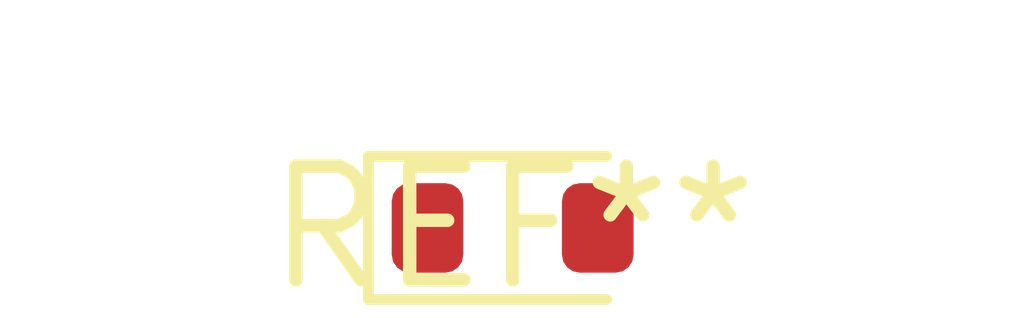
<source format=kicad_pcb>
(kicad_pcb (version 20240108) (generator pcbnew)
  (layers (0 "F.Cu" signal) (31 "B.Cu" signal) (34 "B.Paste" user) (35 "F.Paste" user) (36 "B.SilkS" user "B.Silkscreen") (37 "F.SilkS" user "F.Silkscreen") (38 "B.Mask" user) (39 "F.Mask" user) (44 "Edge.Cuts" user))
  (net 0 "")
  (footprint "D_SOD-110" (layer "F.Cu") (at 0 0)
    (property "Reference" "REF**")
    (property "Value" "D_SOD-110")
    (fp_line (start -1.61 -0.8) (end -1.61 0.8) (layer "F.SilkS") (stroke (width 0.12)))
    (fp_line (start -1.61 -0.8) (end 1.05 -0.8) (layer "F.SilkS") (stroke (width 0.12)))
    (fp_line (start -1.61 0.8) (end 1.05 0.8) (layer "F.SilkS") (stroke (width 0.12)))
    (pad "1" smd roundrect (at -0.95 0) (size 0.8 1) (layers "F.Cu" "F.Paste" "F.Mask"))
    (pad "2" smd roundrect (at 0.95 0) (size 0.8 1) (layers "F.Cu" "F.Paste" "F.Mask"))
  )
)
</source>
